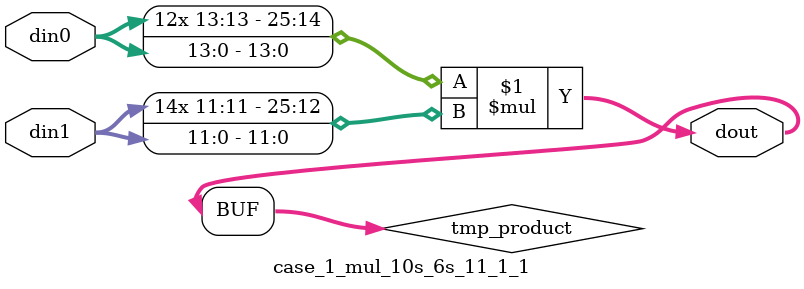
<source format=v>

`timescale 1 ns / 1 ps

 module case_1_mul_10s_6s_11_1_1(din0, din1, dout);
parameter ID = 1;
parameter NUM_STAGE = 0;
parameter din0_WIDTH = 14;
parameter din1_WIDTH = 12;
parameter dout_WIDTH = 26;

input [din0_WIDTH - 1 : 0] din0; 
input [din1_WIDTH - 1 : 0] din1; 
output [dout_WIDTH - 1 : 0] dout;

wire signed [dout_WIDTH - 1 : 0] tmp_product;



























assign tmp_product = $signed(din0) * $signed(din1);








assign dout = tmp_product;





















endmodule

</source>
